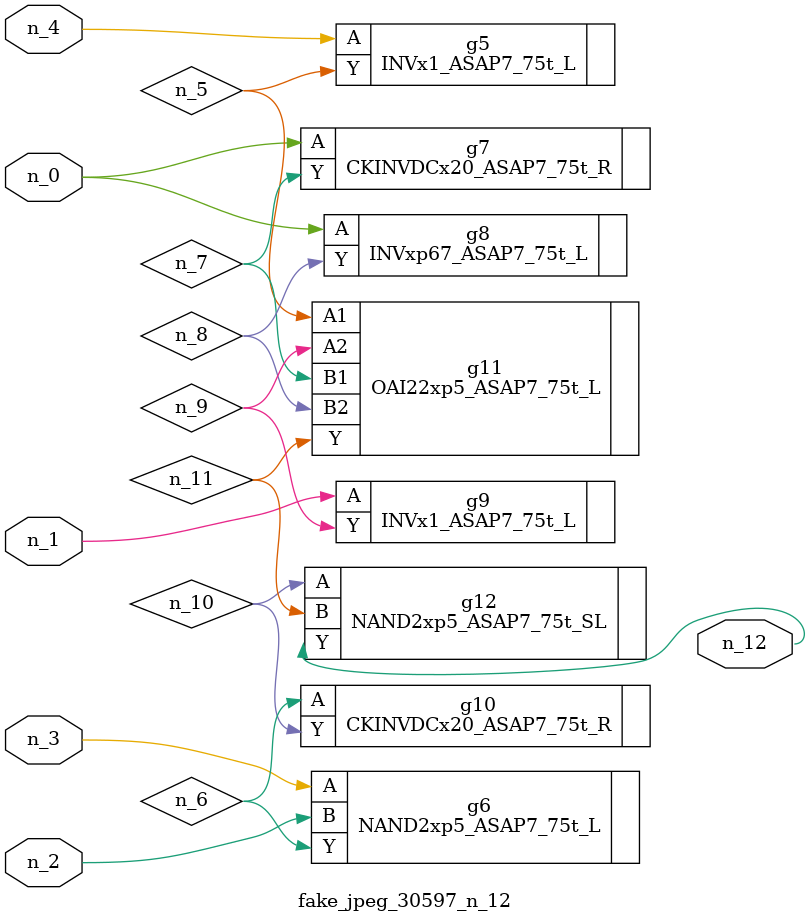
<source format=v>
module fake_jpeg_30597_n_12 (n_3, n_2, n_1, n_0, n_4, n_12);

input n_3;
input n_2;
input n_1;
input n_0;
input n_4;

output n_12;

wire n_11;
wire n_10;
wire n_8;
wire n_9;
wire n_6;
wire n_5;
wire n_7;

INVx1_ASAP7_75t_L g5 ( 
.A(n_4),
.Y(n_5)
);

NAND2xp5_ASAP7_75t_L g6 ( 
.A(n_3),
.B(n_2),
.Y(n_6)
);

CKINVDCx20_ASAP7_75t_R g7 ( 
.A(n_0),
.Y(n_7)
);

INVxp67_ASAP7_75t_L g8 ( 
.A(n_0),
.Y(n_8)
);

INVx1_ASAP7_75t_L g9 ( 
.A(n_1),
.Y(n_9)
);

CKINVDCx20_ASAP7_75t_R g10 ( 
.A(n_6),
.Y(n_10)
);

NAND2xp5_ASAP7_75t_SL g12 ( 
.A(n_10),
.B(n_11),
.Y(n_12)
);

OAI22xp5_ASAP7_75t_L g11 ( 
.A1(n_5),
.A2(n_9),
.B1(n_7),
.B2(n_8),
.Y(n_11)
);


endmodule
</source>
